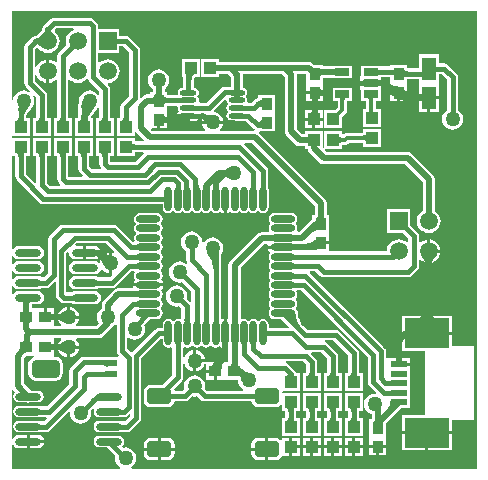
<source format=gtl>
%FSLAX24Y24*%
%MOIN*%
G70*
G01*
G75*
G04 Layer_Physical_Order=1*
G04 Layer_Color=255*
%ADD10C,0.0120*%
%ADD11C,0.0200*%
%ADD12C,0.0150*%
%ADD13R,0.0394X0.0374*%
%ADD14O,0.0866X0.0236*%
%ADD15O,0.0236X0.0807*%
%ADD16O,0.0807X0.0236*%
%ADD17O,0.0551X0.0177*%
G04:AMPARAMS|DCode=18|XSize=83mil|YSize=55mil|CornerRadius=13.8mil|HoleSize=0mil|Usage=FLASHONLY|Rotation=180.000|XOffset=0mil|YOffset=0mil|HoleType=Round|Shape=RoundedRectangle|*
%AMROUNDEDRECTD18*
21,1,0.0830,0.0275,0,0,180.0*
21,1,0.0555,0.0550,0,0,180.0*
1,1,0.0275,-0.0278,0.0138*
1,1,0.0275,0.0278,0.0138*
1,1,0.0275,0.0278,-0.0138*
1,1,0.0275,-0.0278,-0.0138*
%
%ADD18ROUNDEDRECTD18*%
%ADD19R,0.0394X0.0394*%
%ADD20R,0.1496X0.0984*%
%ADD21R,0.0551X0.0197*%
%ADD22R,0.0374X0.0394*%
%ADD23R,0.0433X0.0236*%
G04:AMPARAMS|DCode=24|XSize=94.5mil|YSize=59.1mil|CornerRadius=14.8mil|HoleSize=0mil|Usage=FLASHONLY|Rotation=0.000|XOffset=0mil|YOffset=0mil|HoleType=Round|Shape=RoundedRectangle|*
%AMROUNDEDRECTD24*
21,1,0.0945,0.0295,0,0,0.0*
21,1,0.0650,0.0591,0,0,0.0*
1,1,0.0295,0.0325,-0.0148*
1,1,0.0295,-0.0325,-0.0148*
1,1,0.0295,-0.0325,0.0148*
1,1,0.0295,0.0325,0.0148*
%
%ADD24ROUNDEDRECTD24*%
%ADD25R,0.0512X0.0276*%
%ADD26R,0.0394X0.0394*%
%ADD27R,0.0472X0.0768*%
%ADD28R,0.0591X0.0591*%
%ADD29C,0.0591*%
%ADD30R,0.0591X0.0591*%
%ADD31C,0.0500*%
G36*
X8648Y7537D02*
X8646Y7530D01*
X9144D01*
Y7430D01*
X8646D01*
X8653Y7395D01*
X8701Y7323D01*
X8701Y7323D01*
X8723Y7301D01*
X8681Y7238D01*
X8667Y7165D01*
X8681Y7092D01*
X8723Y7029D01*
Y6986D01*
X8681Y6923D01*
X8667Y6850D01*
X8681Y6777D01*
X8723Y6714D01*
Y6671D01*
X8681Y6608D01*
X8667Y6535D01*
X8681Y6462D01*
X8723Y6399D01*
Y6356D01*
X8681Y6293D01*
X8667Y6220D01*
X8681Y6147D01*
X8723Y6084D01*
Y6041D01*
X8681Y5979D01*
X8667Y5905D01*
X8681Y5832D01*
X8723Y5770D01*
Y5726D01*
X8681Y5664D01*
X8667Y5590D01*
X8681Y5517D01*
X8723Y5455D01*
Y5411D01*
X8681Y5349D01*
X8667Y5275D01*
X8681Y5202D01*
X8723Y5140D01*
X8785Y5098D01*
X8859Y5083D01*
X9084D01*
X9323Y4844D01*
X9323Y4844D01*
Y4844D01*
X9323Y4844D01*
X9336Y4831D01*
X9317Y4784D01*
X8667D01*
Y4891D01*
X8652Y4965D01*
X8610Y5027D01*
X8548Y5069D01*
X8475Y5083D01*
X8401Y5069D01*
X8339Y5027D01*
X8295D01*
X8233Y5069D01*
X8160Y5083D01*
X8086Y5069D01*
X8024Y5027D01*
X7980D01*
X7918Y5069D01*
X7845Y5083D01*
X7772Y5069D01*
X7734Y5100D01*
Y6795D01*
X8514Y7576D01*
X8616D01*
X8648Y7537D01*
D02*
G37*
G36*
X7261Y12391D02*
X7258Y12378D01*
X7271Y12316D01*
X7306Y12264D01*
Y12236D01*
X7271Y12184D01*
X7258Y12122D01*
X7271Y12060D01*
X7306Y12008D01*
Y11980D01*
X7271Y11928D01*
X7258Y11866D01*
X7271Y11804D01*
X7306Y11752D01*
X7358Y11717D01*
X7420Y11704D01*
X7534D01*
X7539Y11701D01*
X7607Y11688D01*
X7910D01*
X8174Y11424D01*
X8174Y11424D01*
X8207Y11402D01*
X8192Y11354D01*
X7065D01*
X7050Y11400D01*
X7106Y11473D01*
X7141Y11559D01*
X7146Y11600D01*
X6454D01*
X6459Y11559D01*
X6494Y11473D01*
X6550Y11400D01*
X6535Y11354D01*
X4784D01*
X4746Y11392D01*
X4766Y11438D01*
X4950D01*
Y11735D01*
X5000D01*
Y11785D01*
X5287D01*
Y12032D01*
D01*
Y12032D01*
X5287Y12032D01*
Y12068D01*
X5287D01*
Y12200D01*
X5620D01*
X5652Y12161D01*
X5644Y12122D01*
X5657Y12060D01*
X5676Y12031D01*
X5670Y12002D01*
X5628Y11940D01*
X5624Y11916D01*
X6374D01*
X6396Y11944D01*
X6528D01*
X6550Y11899D01*
X6494Y11827D01*
X6459Y11741D01*
X6454Y11700D01*
X7146D01*
X7141Y11741D01*
X7106Y11827D01*
X7050Y11900D01*
X6977Y11956D01*
X6891Y11991D01*
X6861Y11995D01*
X6845Y12042D01*
X7217Y12415D01*
X7261Y12391D01*
D02*
G37*
G36*
X15600Y100D02*
X4097D01*
X4081Y147D01*
X4150Y200D01*
X4206Y273D01*
X4241Y359D01*
X4253Y450D01*
X4241Y541D01*
X4206Y627D01*
X4150Y700D01*
X4077Y756D01*
X3991Y791D01*
X3900Y803D01*
X3817Y792D01*
X3802Y806D01*
X3783Y852D01*
X3784Y861D01*
X3789Y864D01*
X3831Y927D01*
X3845Y1000D01*
X3831Y1073D01*
X3789Y1136D01*
X3727Y1177D01*
X3654Y1192D01*
X3024D01*
X2950Y1177D01*
X2888Y1136D01*
X2846Y1073D01*
X2832Y1000D01*
X2846Y927D01*
X2888Y864D01*
X2950Y823D01*
X3024Y808D01*
X3278D01*
X3557Y529D01*
X3547Y450D01*
X3559Y359D01*
X3594Y273D01*
X3650Y200D01*
X3719Y147D01*
X3703Y100D01*
X100D01*
Y890D01*
X148Y905D01*
X189Y843D01*
X261Y795D01*
X346Y778D01*
X611D01*
Y1000D01*
Y1222D01*
X346D01*
X261Y1205D01*
X189Y1157D01*
X148Y1095D01*
X100Y1110D01*
Y2715D01*
X148Y2729D01*
X156Y2717D01*
X213Y2660D01*
X211Y2636D01*
X169Y2573D01*
X155Y2500D01*
X169Y2427D01*
X211Y2364D01*
X273Y2323D01*
X346Y2308D01*
X600D01*
X661Y2296D01*
X722Y2308D01*
X976D01*
X1050Y2323D01*
X1112Y2364D01*
X1154Y2427D01*
X1168Y2500D01*
X1154Y2573D01*
X1112Y2636D01*
X1050Y2677D01*
X976Y2692D01*
X758D01*
X504Y2946D01*
Y3780D01*
X564Y3840D01*
X564Y3840D01*
X564Y3840D01*
X583Y3860D01*
X587Y3862D01*
X595Y3863D01*
X834D01*
X839Y3813D01*
X813Y3808D01*
X731Y3753D01*
X677Y3671D01*
X657Y3575D01*
Y3280D01*
X677Y3183D01*
X731Y3101D01*
X813Y3046D01*
X910Y3027D01*
X1559D01*
X1656Y3046D01*
X1738Y3101D01*
X1793Y3183D01*
X1812Y3280D01*
Y3575D01*
X1793Y3671D01*
X1738Y3753D01*
X1656Y3808D01*
X1559Y3827D01*
X1512D01*
Y3863D01*
X1512D01*
Y4100D01*
X1215D01*
Y4200D01*
X1512D01*
Y4411D01*
X1512Y4411D01*
D01*
D01*
X1512Y4437D01*
D01*
X1521Y4446D01*
X1735D01*
X1750Y4400D01*
X1694Y4327D01*
X1659Y4241D01*
X1654Y4200D01*
X2346D01*
X2341Y4241D01*
X2306Y4327D01*
X2250Y4400D01*
X2265Y4446D01*
X3000D01*
X3078Y4462D01*
X3144Y4506D01*
X3144Y4506D01*
X3144Y4506D01*
X3444Y4806D01*
X3444Y4806D01*
X3467Y4840D01*
X3477Y4844D01*
X3550Y4900D01*
X3597Y4884D01*
Y4025D01*
X3597Y4025D01*
X3597D01*
X3610Y3957D01*
X3649Y3899D01*
X3679Y3869D01*
X3660Y3822D01*
X3384D01*
X3354Y3828D01*
X3090D01*
X3087Y3829D01*
Y3828D01*
X2500D01*
X2432Y3815D01*
X2374Y3776D01*
X2074Y3476D01*
X2035Y3418D01*
X2022Y3350D01*
X2022Y3350D01*
X2022D01*
X2022Y3350D01*
X2022D01*
Y2924D01*
X1276Y2178D01*
X1044D01*
X976Y2192D01*
X346D01*
X273Y2177D01*
X211Y2136D01*
X169Y2073D01*
X155Y2000D01*
X169Y1927D01*
X211Y1864D01*
X273Y1823D01*
X346Y1808D01*
X976D01*
X1044Y1822D01*
X1254D01*
X1273Y1775D01*
X1176Y1678D01*
X1044D01*
X976Y1692D01*
X346D01*
X273Y1677D01*
X211Y1636D01*
X169Y1573D01*
X155Y1500D01*
X169Y1427D01*
X211Y1364D01*
X273Y1323D01*
X346Y1308D01*
X976D01*
X1044Y1322D01*
X1250D01*
X1318Y1335D01*
X1376Y1374D01*
X2006Y2004D01*
X2051Y1982D01*
X2047Y1950D01*
X2059Y1859D01*
X2094Y1773D01*
X2150Y1700D01*
X2223Y1644D01*
X2309Y1609D01*
X2400Y1597D01*
X2491Y1609D01*
X2577Y1644D01*
X2650Y1700D01*
X2706Y1773D01*
X2741Y1859D01*
X2753Y1950D01*
X2741Y2039D01*
X2808Y2106D01*
X2847Y2074D01*
X2846Y2073D01*
X2832Y2000D01*
X2846Y1927D01*
X2888Y1864D01*
X2950Y1823D01*
X3024Y1808D01*
X3654D01*
X3721Y1822D01*
X3850D01*
X3918Y1835D01*
X3976Y1874D01*
X4025Y1923D01*
X4051Y1912D01*
X4061Y1863D01*
X3876Y1678D01*
X3721D01*
X3654Y1692D01*
X3024D01*
X2950Y1677D01*
X2888Y1636D01*
X2846Y1573D01*
X2832Y1500D01*
X2846Y1427D01*
X2888Y1364D01*
X2950Y1323D01*
X3024Y1308D01*
X3654D01*
X3721Y1322D01*
X3950D01*
X4018Y1335D01*
X4076Y1374D01*
X4376Y1674D01*
X4415Y1732D01*
X4428Y1800D01*
X4428Y1800D01*
X4428Y1800D01*
Y1800D01*
Y3776D01*
X5080Y4427D01*
X5133D01*
Y4320D01*
X5148Y4247D01*
X5190Y4185D01*
X5252Y4143D01*
X5325Y4129D01*
X5399Y4143D01*
X5418Y4156D01*
X5462Y4132D01*
Y3214D01*
X5147Y2900D01*
X4742D01*
X4650Y2881D01*
X4571Y2829D01*
X4519Y2750D01*
X4500Y2657D01*
Y2383D01*
X4519Y2290D01*
X4571Y2211D01*
X4650Y2159D01*
X4742Y2140D01*
X5297D01*
X5390Y2159D01*
X5469Y2211D01*
X5521Y2290D01*
X5532Y2342D01*
X5870D01*
X5938Y2355D01*
X5996Y2394D01*
X6111Y2509D01*
X6200Y2497D01*
X6289Y2509D01*
X6404Y2394D01*
X6404Y2394D01*
X6462Y2355D01*
X6530Y2342D01*
X8088D01*
X8099Y2290D01*
X8151Y2211D01*
X8230Y2159D01*
X8322Y2140D01*
X8878D01*
X8970Y2159D01*
X9049Y2211D01*
X9055Y2221D01*
X9103Y2207D01*
Y2028D01*
X9222D01*
Y1772D01*
X9103D01*
Y1178D01*
X9697D01*
Y1772D01*
X9578D01*
Y2028D01*
X9697D01*
Y2622D01*
X9149D01*
X9128Y2667D01*
X9136Y2678D01*
X9697D01*
Y3272D01*
X9574D01*
X9565Y3318D01*
X9546Y3347D01*
X9526Y3376D01*
X9526Y3376D01*
X9326Y3576D01*
X9268Y3615D01*
X9233Y3622D01*
X9238Y3672D01*
X9826D01*
X9922Y3576D01*
Y3272D01*
X9803D01*
Y2678D01*
X10397D01*
Y3272D01*
X10278D01*
Y3650D01*
X10278Y3650D01*
X10265Y3718D01*
X10246Y3747D01*
X10226Y3776D01*
X10226Y3776D01*
X10077Y3925D01*
X10096Y3972D01*
X10426D01*
X10622Y3776D01*
Y3272D01*
X10503D01*
Y2678D01*
X11097D01*
Y3272D01*
X10978D01*
Y3850D01*
X10978Y3850D01*
X10978Y3850D01*
Y3850D01*
X10978D01*
X10978Y3850D01*
X10965Y3918D01*
X10926Y3976D01*
X10626Y4276D01*
X10568Y4315D01*
X10533Y4322D01*
X10538Y4372D01*
X10826D01*
X11322Y3876D01*
Y3272D01*
X11203D01*
Y2678D01*
X11797D01*
Y3272D01*
X11678D01*
Y3950D01*
X11678Y3950D01*
X11678Y3950D01*
Y3950D01*
X11678D01*
X11678Y3950D01*
X11665Y4018D01*
X11626Y4076D01*
X11026Y4676D01*
X10968Y4715D01*
X10900Y4728D01*
X9943D01*
X9831Y4841D01*
X9831Y4841D01*
X9831Y4841D01*
X9831Y4841D01*
X9821Y4851D01*
X9754Y4933D01*
X9697Y5039D01*
X9662Y5155D01*
X9650Y5274D01*
X9651Y5275D01*
X9651D01*
X9637Y5343D01*
X9599Y5401D01*
X9580Y5414D01*
X9571Y5463D01*
X9607Y5517D01*
X9621Y5590D01*
X9607Y5664D01*
X9565Y5726D01*
Y5770D01*
X9607Y5832D01*
X9621Y5905D01*
X9607Y5979D01*
X9594Y5998D01*
X9618Y6042D01*
X9756D01*
X11972Y3826D01*
Y3000D01*
X11985Y2932D01*
X12024Y2874D01*
X12254Y2644D01*
X12232Y2599D01*
X12200Y2603D01*
X12109Y2591D01*
X12023Y2556D01*
X11950Y2500D01*
X11894Y2427D01*
X11859Y2341D01*
X11847Y2250D01*
X11859Y2159D01*
X11894Y2073D01*
X11950Y2000D01*
X12023Y1944D01*
X12096Y1914D01*
Y1762D01*
X12013D01*
Y1168D01*
X12013Y1168D01*
X12013Y1132D01*
X12013D01*
Y885D01*
X12587D01*
Y1132D01*
D01*
Y1132D01*
X12587Y1132D01*
Y1168D01*
X12587D01*
Y1619D01*
X12844Y1876D01*
X12844Y1876D01*
D01*
X13090Y2122D01*
X13376D01*
Y2437D01*
Y2752D01*
Y3067D01*
Y3381D01*
Y3530D01*
X13000D01*
Y3580D01*
X12950D01*
Y3778D01*
X12624D01*
Y3778D01*
X12614D01*
X12578Y3814D01*
Y4004D01*
X12578Y4004D01*
X12578Y4004D01*
Y4004D01*
X12578D01*
X12578Y4004D01*
X12565Y4072D01*
X12549Y4095D01*
X12526Y4130D01*
X12526Y4130D01*
X10031Y6625D01*
X10050Y6672D01*
X10226D01*
X10374Y6524D01*
X10432Y6485D01*
X10500Y6472D01*
X13300D01*
X13368Y6485D01*
X13426Y6524D01*
X13626Y6724D01*
X13626Y6724D01*
X13646Y6753D01*
X13665Y6782D01*
X13678Y6850D01*
X13678Y6850D01*
Y7042D01*
X13723Y7064D01*
X13801Y7005D01*
X13897Y6965D01*
X13950Y6958D01*
Y7350D01*
Y7742D01*
X13897Y7735D01*
X13801Y7695D01*
X13723Y7636D01*
X13678Y7658D01*
Y7850D01*
X13678Y7850D01*
X13665Y7918D01*
X13646Y7947D01*
X13626Y7976D01*
X13626Y7976D01*
X13395Y8207D01*
Y8745D01*
X12605D01*
Y7955D01*
X13143D01*
X13322Y7776D01*
Y7658D01*
X13277Y7636D01*
X13199Y7695D01*
X13103Y7735D01*
X13000Y7749D01*
X12897Y7735D01*
X12801Y7695D01*
X12718Y7632D01*
X12655Y7549D01*
X12615Y7453D01*
X12601Y7350D01*
X12594Y7342D01*
X10687D01*
Y7585D01*
X10400D01*
Y7685D01*
X10687D01*
Y7932D01*
D01*
Y7932D01*
X10687Y7932D01*
Y7968D01*
X10687D01*
Y8562D01*
X10604D01*
Y8950D01*
X10588Y9028D01*
X10544Y9094D01*
X8346Y11292D01*
X8352Y11306D01*
X8374Y11338D01*
X8887D01*
Y11932D01*
D01*
Y11932D01*
X8887Y11932D01*
Y11968D01*
X8887D01*
Y12562D01*
X8313D01*
Y12443D01*
X8247Y12430D01*
X8189Y12391D01*
X8098Y12300D01*
X7980D01*
X7948Y12339D01*
X7956Y12378D01*
X7943Y12440D01*
X7908Y12492D01*
Y12520D01*
X7943Y12572D01*
X7956Y12634D01*
X7943Y12696D01*
X7908Y12748D01*
X7856Y12783D01*
X7811Y12792D01*
Y13246D01*
X9116D01*
X9196Y13166D01*
Y11350D01*
X9196Y11350D01*
X9196D01*
X9212Y11272D01*
X9256Y11206D01*
X9556Y10906D01*
X9622Y10862D01*
X9700Y10846D01*
X9878D01*
Y10753D01*
X9976D01*
X9987Y10697D01*
X10031Y10631D01*
X10356Y10306D01*
X10422Y10262D01*
X10500Y10246D01*
X13216D01*
X13796Y9666D01*
Y8692D01*
X13718Y8632D01*
X13655Y8549D01*
X13615Y8453D01*
X13601Y8350D01*
X13615Y8247D01*
X13655Y8151D01*
X13718Y8068D01*
X13801Y8005D01*
X13897Y7965D01*
X14000Y7951D01*
X14103Y7965D01*
X14199Y8005D01*
X14282Y8068D01*
X14345Y8151D01*
X14385Y8247D01*
X14399Y8350D01*
X14385Y8453D01*
X14345Y8549D01*
X14282Y8632D01*
X14204Y8692D01*
Y9750D01*
X14204Y9750D01*
X14204Y9750D01*
Y9750D01*
X14204D01*
X14204Y9750D01*
X14188Y9828D01*
X14171Y9855D01*
X14144Y9894D01*
X14144Y9894D01*
X13444Y10594D01*
X13378Y10638D01*
X13300Y10654D01*
X10584D01*
X10531Y10707D01*
X10542Y10731D01*
D01*
X10551Y10753D01*
X11122D01*
Y10882D01*
X11155Y10886D01*
Y10886D01*
X11155D01*
X11155Y10887D01*
X11200D01*
X11262Y10899D01*
X11315Y10935D01*
X11343Y10962D01*
X11770D01*
X11770Y10961D01*
X11770D01*
Y10961D01*
X11803Y10957D01*
Y10828D01*
X12397D01*
Y11422D01*
X11803D01*
Y11294D01*
X11770Y11289D01*
Y11289D01*
X11770D01*
X11770Y11288D01*
X11275D01*
X11213Y11276D01*
X11166Y11244D01*
X11145Y11256D01*
X11122Y11279D01*
Y11347D01*
X10528D01*
Y10776D01*
X10514Y10770D01*
X10472Y10798D01*
Y11347D01*
X9878D01*
Y11254D01*
X9784D01*
X9604Y11434D01*
Y13246D01*
X9913D01*
Y12968D01*
X9913Y12968D01*
X9913Y12932D01*
X9913D01*
Y12685D01*
X10487D01*
Y12932D01*
D01*
Y12932D01*
X10487Y12932D01*
Y12968D01*
X10487D01*
Y13114D01*
X10517Y13120D01*
X10802D01*
Y13116D01*
X11453D01*
Y13532D01*
X10802D01*
Y13528D01*
X10529D01*
Y13529D01*
X10525Y13528D01*
X10487Y13561D01*
Y13562D01*
X10192D01*
X10159Y13594D01*
X10093Y13638D01*
X10015Y13654D01*
X7022D01*
Y13747D01*
X6428D01*
Y13153D01*
X7022D01*
Y13246D01*
X7316D01*
X7403Y13158D01*
Y12828D01*
X7200D01*
X7200Y12828D01*
X7132Y12815D01*
X7074Y12776D01*
X6598Y12300D01*
X6366D01*
X6334Y12339D01*
X6342Y12378D01*
X6329Y12440D01*
X6294Y12492D01*
Y12520D01*
X6329Y12572D01*
X6342Y12634D01*
X6329Y12696D01*
X6294Y12748D01*
X6242Y12783D01*
X6180Y12796D01*
X6171D01*
Y12971D01*
X6183Y13060D01*
X6222Y13153D01*
X6372D01*
Y13747D01*
X5778D01*
Y13153D01*
X5814D01*
Y12959D01*
X5814Y12957D01*
X5814D01*
Y12796D01*
X5806D01*
X5744Y12783D01*
X5692Y12748D01*
X5657Y12696D01*
X5644Y12634D01*
X5652Y12595D01*
X5620Y12556D01*
X5287D01*
Y12662D01*
X5204D01*
Y12765D01*
X5250Y12800D01*
X5306Y12873D01*
X5341Y12959D01*
X5353Y13050D01*
X5341Y13141D01*
X5306Y13227D01*
X5250Y13300D01*
X5177Y13356D01*
X5091Y13391D01*
X5000Y13403D01*
X4909Y13391D01*
X4823Y13356D01*
X4750Y13300D01*
X4694Y13227D01*
X4659Y13141D01*
X4647Y13050D01*
X4659Y12959D01*
X4694Y12873D01*
X4750Y12800D01*
X4796Y12765D01*
Y12662D01*
X4713D01*
Y12569D01*
X4615D01*
X4537Y12553D01*
X4471Y12509D01*
X4425Y12463D01*
X4378Y12482D01*
Y14050D01*
X4365Y14118D01*
X4326Y14176D01*
X4026Y14476D01*
X3968Y14515D01*
X3900Y14528D01*
X3695D01*
Y14745D01*
X2978D01*
Y14850D01*
X2965Y14918D01*
X2926Y14976D01*
X2926Y14976D01*
X2826Y15076D01*
X2768Y15115D01*
X2700Y15128D01*
X1500D01*
X1500Y15128D01*
X1432Y15115D01*
X1403Y15096D01*
X1374Y15076D01*
X1374Y15076D01*
X1174Y14876D01*
X1135Y14818D01*
X1122Y14750D01*
X1122Y14750D01*
X1122D01*
X1122D01*
X1122Y14750D01*
X1121D01*
X1121Y14750D01*
X1116Y14721D01*
X1100Y14697D01*
X1086Y14688D01*
X1088Y14685D01*
X1069Y14671D01*
X1056Y14662D01*
X1054Y14660D01*
X1018Y14632D01*
X990Y14596D01*
X988Y14594D01*
X979Y14581D01*
X965Y14562D01*
X962Y14564D01*
X953Y14550D01*
X928Y14534D01*
X900Y14529D01*
X900Y14529D01*
D01*
D01*
X900D01*
X900Y14528D01*
X832Y14515D01*
X803Y14496D01*
X774Y14476D01*
X774Y14476D01*
X574Y14276D01*
X535Y14218D01*
X522Y14150D01*
X522Y14150D01*
X522D01*
X522Y14150D01*
X522D01*
Y12950D01*
X522Y12950D01*
X522D01*
X535Y12882D01*
X574Y12824D01*
X698Y12700D01*
X670Y12658D01*
X591Y12691D01*
X500Y12703D01*
X409Y12691D01*
X323Y12656D01*
X250Y12600D01*
X194Y12527D01*
X159Y12441D01*
X150Y12372D01*
X100Y12375D01*
Y15350D01*
X15600D01*
Y100D01*
D02*
G37*
G36*
X10196Y8866D02*
Y8562D01*
X10113D01*
Y8417D01*
X10102Y8409D01*
X9692Y7999D01*
X9639D01*
X9607Y8037D01*
X9621Y8110D01*
X9607Y8183D01*
X9565Y8245D01*
Y8289D01*
X9607Y8351D01*
X9621Y8425D01*
X9607Y8498D01*
X9565Y8560D01*
X9503Y8602D01*
X9430Y8617D01*
X8859D01*
X8785Y8602D01*
X8723Y8560D01*
X8681Y8498D01*
X8667Y8425D01*
X8681Y8351D01*
X8723Y8289D01*
Y8245D01*
X8681Y8183D01*
X8667Y8110D01*
X8681Y8036D01*
X8687Y8028D01*
X8664Y7984D01*
X8430D01*
X8352Y7968D01*
X8286Y7924D01*
X7386Y7024D01*
X7342Y6958D01*
X7326Y6880D01*
Y5131D01*
X7287Y5099D01*
X7265Y5104D01*
Y4606D01*
Y4108D01*
X7287Y4112D01*
X7326Y4081D01*
Y3637D01*
X7218D01*
D01*
D01*
X7218Y3637D01*
X7182D01*
Y3637D01*
X6935D01*
Y3350D01*
Y3063D01*
X7182D01*
Y3063D01*
X7182D01*
X7182Y3063D01*
X7218D01*
Y3063D01*
X7548D01*
X7646Y3050D01*
X7646Y3050D01*
X7646D01*
X7649Y3037D01*
X7659Y2959D01*
X7694Y2873D01*
X7750Y2800D01*
X7822Y2746D01*
X7810Y2711D01*
X7804Y2698D01*
X6604D01*
X6541Y2761D01*
X6553Y2850D01*
X6541Y2941D01*
X6506Y3027D01*
X6450Y3100D01*
X6377Y3156D01*
X6291Y3191D01*
X6200Y3203D01*
X6109Y3191D01*
X6023Y3156D01*
X5950Y3100D01*
X5894Y3027D01*
X5859Y2941D01*
X5847Y2850D01*
X5859Y2761D01*
X5796Y2698D01*
X5532D01*
X5521Y2750D01*
X5514Y2761D01*
X5766Y3014D01*
X5805Y3072D01*
X5819Y3140D01*
X5819Y3140D01*
Y3578D01*
X5868Y3588D01*
X5894Y3523D01*
X5950Y3450D01*
X6023Y3394D01*
X6109Y3359D01*
X6150Y3354D01*
Y3700D01*
Y4046D01*
X6109Y4041D01*
X6023Y4006D01*
X5950Y3950D01*
X5894Y3877D01*
X5868Y3812D01*
X5819Y3822D01*
Y4132D01*
X5863Y4156D01*
X5882Y4143D01*
X5955Y4129D01*
X6029Y4143D01*
X6091Y4185D01*
X6134D01*
X6197Y4143D01*
X6270Y4129D01*
X6343Y4143D01*
X6406Y4185D01*
X6449D01*
X6512Y4143D01*
X6585Y4129D01*
X6658Y4143D01*
X6721Y4185D01*
X6764D01*
X6827Y4143D01*
X6900Y4129D01*
X6973Y4143D01*
X7036Y4185D01*
X7058Y4163D01*
X7058Y4163D01*
X7130Y4115D01*
X7165Y4108D01*
Y4606D01*
Y5104D01*
X7130Y5097D01*
X7123Y5092D01*
X7078Y5115D01*
Y6786D01*
X7080D01*
X7078Y6797D01*
Y7148D01*
X7080D01*
X7078Y7160D01*
Y7238D01*
X7106Y7273D01*
X7141Y7359D01*
X7153Y7450D01*
X7141Y7541D01*
X7106Y7627D01*
X7050Y7700D01*
X6977Y7756D01*
X6891Y7791D01*
X6800Y7803D01*
X6709Y7791D01*
X6623Y7756D01*
X6550Y7700D01*
X6507Y7643D01*
X6453Y7650D01*
X6441Y7741D01*
X6406Y7827D01*
X6350Y7900D01*
X6277Y7956D01*
X6191Y7991D01*
X6100Y8003D01*
X6009Y7991D01*
X5923Y7956D01*
X5850Y7900D01*
X5794Y7827D01*
X5759Y7741D01*
X5747Y7650D01*
X5759Y7559D01*
X5794Y7473D01*
X5850Y7400D01*
X5922Y7346D01*
Y7050D01*
X5922Y7050D01*
X5922D01*
X5935Y6982D01*
X5947Y6964D01*
X5911Y6929D01*
X5877Y6956D01*
X5791Y6991D01*
X5700Y7003D01*
X5609Y6991D01*
X5523Y6956D01*
X5450Y6900D01*
X5394Y6827D01*
X5359Y6741D01*
X5347Y6650D01*
X5359Y6559D01*
X5394Y6473D01*
X5450Y6400D01*
X5523Y6344D01*
X5609Y6309D01*
X5700Y6297D01*
X5789Y6309D01*
X6092Y6006D01*
Y5676D01*
X6045Y5657D01*
X5941Y5761D01*
X5953Y5850D01*
X5941Y5941D01*
X5906Y6027D01*
X5850Y6100D01*
X5777Y6156D01*
X5691Y6191D01*
X5600Y6203D01*
X5509Y6191D01*
X5423Y6156D01*
X5350Y6100D01*
X5294Y6027D01*
X5259Y5941D01*
X5247Y5850D01*
X5259Y5759D01*
X5294Y5673D01*
X5350Y5600D01*
X5423Y5544D01*
X5509Y5509D01*
X5600Y5497D01*
X5689Y5509D01*
X5755Y5443D01*
Y5091D01*
X5714Y5069D01*
X5640Y5083D01*
X5567Y5069D01*
X5505Y5027D01*
X5461D01*
X5399Y5069D01*
X5325Y5083D01*
X5252Y5069D01*
X5190Y5027D01*
X5148Y4965D01*
X5133Y4891D01*
Y4784D01*
X5006D01*
X5006Y4784D01*
X4938Y4771D01*
X4880Y4732D01*
X4880Y4732D01*
X4124Y3976D01*
X4080Y3972D01*
X3953Y4099D01*
Y4442D01*
X3998Y4464D01*
X4023Y4444D01*
X4109Y4409D01*
X4200Y4397D01*
X4291Y4409D01*
X4377Y4444D01*
X4450Y4500D01*
X4506Y4573D01*
X4541Y4659D01*
X4553Y4750D01*
X4541Y4841D01*
X4521Y4888D01*
X4716Y5083D01*
X4941D01*
X5015Y5098D01*
X5077Y5140D01*
X5119Y5202D01*
X5133Y5275D01*
X5119Y5349D01*
X5077Y5411D01*
Y5455D01*
X5119Y5517D01*
X5133Y5590D01*
X5119Y5664D01*
X5077Y5726D01*
Y5770D01*
X5119Y5832D01*
X5133Y5905D01*
X5119Y5979D01*
X5077Y6041D01*
X5099Y6063D01*
X5099Y6063D01*
X5099D01*
X5147Y6135D01*
X5154Y6170D01*
X4158D01*
X4162Y6148D01*
X4131Y6109D01*
X3655D01*
X3577Y6094D01*
X3511Y6049D01*
X3156Y5694D01*
X3112Y5628D01*
X3096Y5550D01*
Y5435D01*
X3050Y5400D01*
X2994Y5327D01*
X2959Y5241D01*
X2947Y5150D01*
X2959Y5059D01*
X2994Y4973D01*
X3012Y4950D01*
X2916Y4854D01*
X2265D01*
X2250Y4900D01*
X2306Y4973D01*
X2341Y5059D01*
X2346Y5100D01*
X1654D01*
X1659Y5059D01*
X1694Y4973D01*
X1750Y4900D01*
X1735Y4854D01*
X1512D01*
Y4854D01*
Y4863D01*
X1512Y4889D01*
X1512Y4889D01*
X1512D01*
Y5100D01*
X1215D01*
Y5150D01*
X1165D01*
Y5437D01*
X918D01*
D01*
D01*
X918Y5437D01*
X882D01*
Y5437D01*
X789D01*
Y5578D01*
X970D01*
X1055Y5595D01*
X1127Y5643D01*
X1176Y5715D01*
X1192Y5800D01*
X1176Y5885D01*
X1127Y5957D01*
X1055Y6005D01*
X970Y6022D01*
X340D01*
X255Y6005D01*
X183Y5957D01*
X148Y5905D01*
X100Y5919D01*
Y6181D01*
X148Y6195D01*
X183Y6143D01*
X255Y6095D01*
X340Y6078D01*
X970D01*
X1055Y6095D01*
X1096Y6122D01*
X1250D01*
X1318Y6135D01*
X1376Y6174D01*
X1525Y6323D01*
X1572Y6304D01*
Y5900D01*
X1585Y5832D01*
X1624Y5774D01*
X1724Y5674D01*
X1724Y5674D01*
X1782Y5635D01*
X1850Y5622D01*
X2104D01*
X2145Y5595D01*
X2230Y5578D01*
X2860D01*
X2945Y5595D01*
X3017Y5643D01*
X3065Y5715D01*
X3082Y5800D01*
X3065Y5885D01*
X3017Y5957D01*
X2945Y6005D01*
X2860Y6022D01*
X2230D01*
X2145Y6005D01*
X2104Y5978D01*
X1928D01*
Y7276D01*
X1961Y7309D01*
X2009Y7294D01*
X2024Y7215D01*
X2073Y7143D01*
X2145Y7095D01*
X2230Y7078D01*
X2495D01*
Y7300D01*
Y7522D01*
X2240D01*
X2221Y7569D01*
X2274Y7622D01*
X3226D01*
X3510Y7337D01*
X3502Y7317D01*
X3489Y7291D01*
X3450Y7296D01*
Y6950D01*
Y6564D01*
X3454Y6556D01*
X3376Y6478D01*
X2985D01*
X2945Y6505D01*
X2860Y6522D01*
X2230D01*
X2145Y6505D01*
X2073Y6457D01*
X2024Y6385D01*
X2008Y6300D01*
X2024Y6215D01*
X2073Y6143D01*
X2145Y6095D01*
X2230Y6078D01*
X2860D01*
X2945Y6095D01*
X2985Y6122D01*
X3450D01*
X3518Y6135D01*
X3576Y6174D01*
X4074Y6672D01*
X4182D01*
X4206Y6627D01*
X4193Y6608D01*
X4179Y6535D01*
X4193Y6462D01*
X4235Y6399D01*
D01*
X4213Y6377D01*
X4213Y6377D01*
X4165Y6305D01*
X4158Y6270D01*
X5154D01*
X5147Y6305D01*
X5099Y6377D01*
X5099Y6377D01*
X5077Y6399D01*
D01*
X5119Y6462D01*
X5133Y6535D01*
X5119Y6608D01*
X5077Y6671D01*
Y6714D01*
X5119Y6777D01*
X5133Y6850D01*
X5119Y6923D01*
X5077Y6986D01*
Y7029D01*
X5119Y7092D01*
X5133Y7165D01*
X5119Y7238D01*
X5077Y7301D01*
Y7344D01*
X5119Y7407D01*
X5133Y7480D01*
X5119Y7553D01*
X5077Y7616D01*
Y7659D01*
X5119Y7721D01*
X5133Y7795D01*
X5119Y7868D01*
X5077Y7930D01*
Y7974D01*
X5119Y8036D01*
X5133Y8110D01*
X5119Y8183D01*
X5077Y8245D01*
Y8289D01*
X5119Y8351D01*
X5133Y8425D01*
X5119Y8498D01*
X5077Y8560D01*
X5015Y8602D01*
X4941Y8617D01*
X4370D01*
X4297Y8602D01*
X4235Y8560D01*
X4193Y8498D01*
X4179Y8425D01*
X4193Y8351D01*
X4235Y8289D01*
Y8245D01*
X4193Y8183D01*
X4179Y8110D01*
X4193Y8036D01*
X4235Y7974D01*
Y7930D01*
X4193Y7868D01*
X4179Y7795D01*
X4193Y7721D01*
X4206Y7702D01*
X4189Y7670D01*
X4139Y7663D01*
X3626Y8176D01*
X3568Y8215D01*
X3500Y8228D01*
X1800D01*
X1732Y8215D01*
X1674Y8176D01*
X1374Y7876D01*
X1335Y7818D01*
X1322Y7750D01*
X1322Y7750D01*
X1322D01*
X1322Y7750D01*
X1322D01*
Y6624D01*
X1176Y6478D01*
X1096D01*
X1055Y6505D01*
X970Y6522D01*
X340D01*
X255Y6505D01*
X183Y6457D01*
X148Y6405D01*
X100Y6419D01*
Y6681D01*
X148Y6695D01*
X183Y6643D01*
X255Y6595D01*
X340Y6578D01*
X970D01*
X1055Y6595D01*
X1127Y6643D01*
X1176Y6715D01*
X1192Y6800D01*
X1176Y6885D01*
X1127Y6957D01*
X1055Y7005D01*
X970Y7022D01*
X340D01*
X255Y7005D01*
X183Y6957D01*
X148Y6905D01*
X100Y6919D01*
Y7181D01*
X148Y7195D01*
X183Y7143D01*
X255Y7095D01*
X340Y7078D01*
X970D01*
X1055Y7095D01*
X1127Y7143D01*
X1176Y7215D01*
X1192Y7300D01*
X1176Y7385D01*
X1127Y7457D01*
X1055Y7505D01*
X970Y7522D01*
X340D01*
X255Y7505D01*
X183Y7457D01*
X148Y7405D01*
X100Y7419D01*
Y10528D01*
X103D01*
Y10528D01*
X222D01*
Y9850D01*
X235Y9782D01*
X274Y9724D01*
X1030Y8968D01*
X1088Y8929D01*
X1156Y8916D01*
X5133D01*
Y8809D01*
X5148Y8735D01*
X5190Y8673D01*
X5252Y8631D01*
X5325Y8617D01*
X5399Y8631D01*
X5461Y8673D01*
X5505D01*
X5567Y8631D01*
X5640Y8617D01*
X5714Y8631D01*
X5776Y8673D01*
X5820D01*
X5882Y8631D01*
X5955Y8617D01*
X6029Y8631D01*
X6091Y8673D01*
X6134D01*
X6197Y8631D01*
X6270Y8617D01*
X6343Y8631D01*
X6406Y8673D01*
X6449D01*
X6512Y8631D01*
X6585Y8617D01*
X6658Y8631D01*
X6721Y8673D01*
X6764D01*
X6827Y8631D01*
X6900Y8617D01*
X6973Y8631D01*
X7036Y8673D01*
X7058Y8651D01*
X7058Y8651D01*
X7130Y8603D01*
X7165Y8596D01*
Y9094D01*
X7265D01*
Y8596D01*
X7300Y8603D01*
X7372Y8651D01*
X7372Y8651D01*
X7394Y8673D01*
X7457Y8631D01*
X7530Y8617D01*
X7603Y8631D01*
X7666Y8673D01*
X7709D01*
X7771Y8631D01*
X7845Y8617D01*
X7918Y8631D01*
X7980Y8673D01*
X8024D01*
X8086Y8631D01*
X8160Y8617D01*
X8233Y8631D01*
X8295Y8673D01*
X8339D01*
X8401Y8631D01*
X8475Y8617D01*
X8548Y8631D01*
X8610Y8673D01*
X8652Y8735D01*
X8667Y8809D01*
Y9380D01*
X8653Y9447D01*
Y10029D01*
X8653Y10029D01*
X8640Y10097D01*
X8601Y10155D01*
X8601Y10155D01*
X7856Y10900D01*
X7875Y10946D01*
X8116D01*
X10196Y8866D01*
D02*
G37*
G36*
X2166Y14723D02*
X2101Y14695D01*
X2018Y14632D01*
X1955Y14549D01*
X1915Y14453D01*
X1901Y14350D01*
X1915Y14247D01*
X1924Y14226D01*
X1674Y13976D01*
X1635Y13918D01*
X1622Y13850D01*
X1622Y13850D01*
X1622D01*
X1622Y13850D01*
X1622D01*
Y13658D01*
X1577Y13636D01*
X1499Y13695D01*
X1403Y13735D01*
X1350Y13742D01*
Y13350D01*
Y12958D01*
X1403Y12965D01*
X1499Y13005D01*
X1577Y13064D01*
X1622Y13042D01*
Y11772D01*
X1503D01*
Y11178D01*
X2097D01*
Y11772D01*
X1978D01*
Y13042D01*
X2023Y13064D01*
X2101Y13005D01*
X2197Y12965D01*
X2300Y12951D01*
X2403Y12965D01*
X2499Y13005D01*
X2582Y13068D01*
X2589Y13077D01*
X2639Y13076D01*
X2674Y13024D01*
X3022Y12676D01*
Y12584D01*
X2974Y12568D01*
X2950Y12600D01*
X2877Y12656D01*
X2791Y12691D01*
X2700Y12703D01*
X2609Y12691D01*
X2523Y12656D01*
X2450Y12600D01*
X2394Y12527D01*
X2359Y12441D01*
X2347Y12350D01*
X2349Y12337D01*
X2339Y12315D01*
X2320Y12170D01*
X2322D01*
X2324Y12160D01*
X2322Y12150D01*
Y11821D01*
X2321Y11811D01*
X2321D01*
Y11807D01*
X2285Y11772D01*
X2203D01*
Y11178D01*
X2797D01*
Y11772D01*
X2778D01*
X2752Y11815D01*
X2829Y11959D01*
X2939Y12092D01*
X2948Y12099D01*
X2948Y12099D01*
X2949Y12099D01*
X2951Y12103D01*
X2974Y12132D01*
X3022Y12116D01*
Y11772D01*
X2903D01*
Y11178D01*
X3497D01*
Y11772D01*
X3378D01*
Y12750D01*
X3365Y12818D01*
X3326Y12876D01*
X3326Y12876D01*
X3297Y12906D01*
X3313Y12953D01*
X3403Y12965D01*
X3499Y13005D01*
X3582Y13068D01*
X3645Y13151D01*
X3685Y13247D01*
X3699Y13350D01*
X3685Y13453D01*
X3645Y13549D01*
X3582Y13632D01*
X3499Y13695D01*
X3403Y13735D01*
X3300Y13749D01*
X3197Y13735D01*
X3101Y13695D01*
X3023Y13636D01*
X2978Y13658D01*
Y13955D01*
X3695D01*
Y14172D01*
X3826D01*
X4022Y13976D01*
Y12524D01*
X3774Y12276D01*
X3735Y12218D01*
X3722Y12150D01*
Y11772D01*
X3603D01*
Y11178D01*
X4197D01*
Y11308D01*
X4245Y11322D01*
X4256Y11306D01*
X4512Y11050D01*
X4493Y11004D01*
X4197D01*
Y11122D01*
X3603D01*
Y10528D01*
X4197D01*
Y10647D01*
X4479D01*
X4498Y10601D01*
X4226Y10328D01*
X3378D01*
Y10528D01*
X3497D01*
Y11122D01*
X2903D01*
Y10528D01*
X3022D01*
Y10250D01*
X3022Y10250D01*
X3022D01*
X3035Y10182D01*
X3074Y10124D01*
X3055Y10078D01*
X2774D01*
X2678Y10174D01*
Y10528D01*
X2797D01*
Y11122D01*
X2203D01*
Y10528D01*
X2322D01*
Y10100D01*
X2335Y10032D01*
X2374Y9974D01*
X2473Y9875D01*
X2454Y9828D01*
X1978D01*
Y10528D01*
X2097D01*
Y11122D01*
X1503D01*
Y10528D01*
X1622D01*
Y9750D01*
X1622Y9750D01*
X1622D01*
X1635Y9682D01*
X1674Y9624D01*
X1723Y9575D01*
X1704Y9528D01*
X1374D01*
X1278Y9624D01*
Y10528D01*
X1397D01*
Y11122D01*
X803D01*
Y10528D01*
X922D01*
Y9646D01*
X875Y9627D01*
X578Y9924D01*
Y10528D01*
X697D01*
Y11122D01*
X103D01*
D01*
X103D01*
X100Y11125D01*
Y11178D01*
X100D01*
X103D01*
X135Y11178D01*
X135Y11178D01*
Y11178D01*
X697D01*
Y11772D01*
X622D01*
X592Y11812D01*
X622Y11911D01*
X676Y12012D01*
X747Y12098D01*
X750Y12100D01*
X750Y12100D01*
X753Y12105D01*
X806Y12173D01*
X841Y12259D01*
X853Y12350D01*
X841Y12441D01*
X808Y12520D01*
X850Y12548D01*
X922Y12476D01*
Y11772D01*
X803D01*
Y11178D01*
X1397D01*
Y11772D01*
X1278D01*
Y12550D01*
X1265Y12618D01*
X1226Y12676D01*
X1226Y12676D01*
X878Y13024D01*
Y13207D01*
X927Y13216D01*
X955Y13151D01*
X1018Y13068D01*
X1101Y13005D01*
X1197Y12965D01*
X1250Y12958D01*
Y13350D01*
Y13742D01*
X1197Y13735D01*
X1101Y13695D01*
X1018Y13632D01*
X955Y13549D01*
X927Y13484D01*
X878Y13493D01*
Y14076D01*
X891Y14089D01*
X891Y14089D01*
X891Y14089D01*
X936Y14119D01*
X985Y14109D01*
X988Y14106D01*
X990Y14104D01*
X1018Y14068D01*
X1101Y14005D01*
X1197Y13965D01*
X1300Y13951D01*
X1403Y13965D01*
X1499Y14005D01*
X1582Y14068D01*
X1645Y14151D01*
X1685Y14247D01*
X1699Y14350D01*
X1685Y14453D01*
X1645Y14549D01*
X1582Y14632D01*
X1546Y14660D01*
X1544Y14662D01*
X1541Y14665D01*
X1531Y14714D01*
X1561Y14759D01*
X1574Y14772D01*
X2157D01*
X2166Y14723D01*
D02*
G37*
%LPC*%
G36*
X10050Y1122D02*
X9803D01*
Y875D01*
X10050D01*
Y1122D01*
D02*
G37*
G36*
X10397D02*
X10150D01*
Y875D01*
X10397D01*
Y1122D01*
D02*
G37*
G36*
X9697D02*
X9450D01*
Y875D01*
X9697D01*
Y1122D01*
D02*
G37*
G36*
X4970Y1130D02*
X4742D01*
X4650Y1111D01*
X4571Y1059D01*
X4519Y980D01*
X4500Y887D01*
Y800D01*
X4970D01*
Y1130D01*
D02*
G37*
G36*
X5297D02*
X5070D01*
Y800D01*
X5540D01*
Y887D01*
X5521Y980D01*
X5469Y1059D01*
X5390Y1111D01*
X5297Y1130D01*
D02*
G37*
G36*
X8550D02*
X8322D01*
X8230Y1111D01*
X8151Y1059D01*
X8099Y980D01*
X8080Y887D01*
Y800D01*
X8550D01*
Y1130D01*
D02*
G37*
G36*
X11097Y2622D02*
X10503D01*
Y2028D01*
X10622D01*
Y1772D01*
X10503D01*
Y1178D01*
X11097D01*
Y1772D01*
X10978D01*
Y2028D01*
X11097D01*
Y2622D01*
D02*
G37*
G36*
X10397D02*
X9803D01*
Y2028D01*
X9922D01*
Y1772D01*
X9803D01*
Y1178D01*
X10397D01*
Y1772D01*
X10278D01*
Y2028D01*
X10397D01*
Y2622D01*
D02*
G37*
G36*
X14793Y4554D02*
X13097D01*
Y4011D01*
X13884D01*
Y1889D01*
X13097D01*
Y1346D01*
X14793D01*
Y1708D01*
X15502D01*
Y4192D01*
X14793D01*
Y4554D01*
D02*
G37*
G36*
X11797Y2622D02*
X11203D01*
Y2028D01*
X11322D01*
Y1772D01*
X11203D01*
Y1178D01*
X11797D01*
Y1772D01*
X11678D01*
Y2028D01*
X11797D01*
Y2622D01*
D02*
G37*
G36*
X976Y1222D02*
X711D01*
Y1050D01*
X1189D01*
X1182Y1085D01*
X1134Y1157D01*
X1061Y1205D01*
X976Y1222D01*
D02*
G37*
G36*
X11097Y1122D02*
X10850D01*
Y875D01*
X11097D01*
Y1122D01*
D02*
G37*
G36*
X10750D02*
X10503D01*
Y875D01*
X10750D01*
Y1122D01*
D02*
G37*
G36*
X11797D02*
X11550D01*
Y875D01*
X11797D01*
Y1122D01*
D02*
G37*
G36*
X11450D02*
X11203D01*
Y875D01*
X11450D01*
Y1122D01*
D02*
G37*
G36*
X10050Y775D02*
X9803D01*
Y528D01*
X10050D01*
Y775D01*
D02*
G37*
G36*
X9697D02*
X9450D01*
Y528D01*
X9697D01*
Y775D01*
D02*
G37*
G36*
X10750D02*
X10503D01*
Y528D01*
X10750D01*
Y775D01*
D02*
G37*
G36*
X10397D02*
X10150D01*
Y528D01*
X10397D01*
Y775D01*
D02*
G37*
G36*
X5540Y700D02*
X5070D01*
Y370D01*
X5297D01*
X5390Y389D01*
X5469Y441D01*
X5521Y520D01*
X5540Y613D01*
Y700D01*
D02*
G37*
G36*
X4970D02*
X4500D01*
Y613D01*
X4519Y520D01*
X4571Y441D01*
X4650Y389D01*
X4742Y370D01*
X4970D01*
Y700D01*
D02*
G37*
G36*
X8878Y1130D02*
X8650D01*
Y750D01*
Y370D01*
X8878D01*
X8970Y389D01*
X9049Y441D01*
X9101Y520D01*
X9103Y528D01*
X9103Y528D01*
X9103Y528D01*
X9103Y528D01*
X9350D01*
Y825D01*
Y1122D01*
X9103D01*
Y1063D01*
X9055Y1049D01*
X9049Y1059D01*
X8970Y1111D01*
X8878Y1130D01*
D02*
G37*
G36*
X8550Y700D02*
X8080D01*
Y613D01*
X8099Y520D01*
X8151Y441D01*
X8230Y389D01*
X8322Y370D01*
X8550D01*
Y700D01*
D02*
G37*
G36*
X13895Y1246D02*
X13097D01*
Y704D01*
X13895D01*
Y1246D01*
D02*
G37*
G36*
X12587Y785D02*
X12350D01*
Y538D01*
X12587D01*
Y785D01*
D02*
G37*
G36*
X1189Y950D02*
X711D01*
Y778D01*
X976D01*
X1061Y795D01*
X1134Y843D01*
X1182Y915D01*
X1189Y950D01*
D02*
G37*
G36*
X14793Y1246D02*
X13995D01*
Y704D01*
X14793D01*
Y1246D01*
D02*
G37*
G36*
X11450Y775D02*
X11203D01*
Y528D01*
X11450D01*
Y775D01*
D02*
G37*
G36*
X11097D02*
X10850D01*
Y528D01*
X11097D01*
Y775D01*
D02*
G37*
G36*
X12250Y785D02*
X12013D01*
Y538D01*
X12250D01*
Y785D01*
D02*
G37*
G36*
X11797Y775D02*
X11550D01*
Y528D01*
X11797D01*
Y775D01*
D02*
G37*
G36*
X6835Y3300D02*
X6588D01*
Y3063D01*
X6835D01*
Y3300D01*
D02*
G37*
G36*
X5943Y11816D02*
X5624D01*
X5628Y11793D01*
X5670Y11730D01*
X5732Y11688D01*
X5806Y11674D01*
X5943D01*
Y11816D01*
D02*
G37*
G36*
X6362D02*
X6043D01*
Y11674D01*
X6180D01*
X6253Y11688D01*
X6316Y11730D01*
X6358Y11793D01*
X6362Y11816D01*
D02*
G37*
G36*
X10125Y12047D02*
X9878D01*
Y11800D01*
X10125D01*
Y12047D01*
D02*
G37*
G36*
X12428Y12900D02*
X11717D01*
Y12712D01*
X11747D01*
Y12368D01*
X11909D01*
Y12072D01*
X11803D01*
Y11478D01*
X12397D01*
Y12072D01*
X12236D01*
Y12368D01*
X12398D01*
Y12712D01*
X12428D01*
Y12900D01*
D02*
G37*
G36*
X10125Y11700D02*
X9878D01*
Y11453D01*
X10125D01*
Y11700D01*
D02*
G37*
G36*
X10472D02*
X10225D01*
Y11453D01*
X10472D01*
Y11700D01*
D02*
G37*
G36*
X11453Y12784D02*
X10802D01*
Y12368D01*
X10964D01*
Y12120D01*
X10891Y12047D01*
X10528D01*
Y11453D01*
X11122D01*
Y11816D01*
X11243Y11937D01*
X11278Y11990D01*
X11291Y12053D01*
X11291Y12053D01*
X11291Y12053D01*
Y12053D01*
Y12368D01*
X11453D01*
Y12784D01*
D02*
G37*
G36*
X10472Y12047D02*
X10225D01*
Y11800D01*
X10472D01*
Y12047D01*
D02*
G37*
G36*
X12950Y12585D02*
X12713D01*
Y12338D01*
X12950D01*
Y12585D01*
D02*
G37*
G36*
X13287D02*
X13050D01*
Y12338D01*
X13287D01*
Y12585D01*
D02*
G37*
G36*
X14336Y13916D02*
X13664D01*
Y13443D01*
X13287D01*
Y13562D01*
X12713D01*
Y13502D01*
X12398D01*
Y13532D01*
X11747D01*
Y13188D01*
X11717D01*
Y13000D01*
X12428D01*
Y13146D01*
X12713D01*
Y12968D01*
X12713Y12968D01*
X12713Y12932D01*
X12713D01*
Y12685D01*
X13287D01*
Y12932D01*
D01*
Y12932D01*
X13287Y12932D01*
Y12968D01*
X13287D01*
Y13087D01*
X13664D01*
Y12948D01*
Y12518D01*
X14336D01*
Y12948D01*
Y13254D01*
X14444D01*
X14622Y13076D01*
Y12054D01*
X14550Y12000D01*
X14494Y11927D01*
X14459Y11841D01*
X14447Y11750D01*
X14459Y11659D01*
X14494Y11573D01*
X14550Y11500D01*
X14623Y11444D01*
X14709Y11409D01*
X14800Y11397D01*
X14891Y11409D01*
X14977Y11444D01*
X15050Y11500D01*
X15106Y11573D01*
X15141Y11659D01*
X15153Y11750D01*
X15141Y11841D01*
X15106Y11927D01*
X15050Y12000D01*
X14978Y12054D01*
Y13150D01*
X14965Y13218D01*
X14926Y13276D01*
X14926Y13276D01*
X14644Y13558D01*
X14586Y13597D01*
X14518Y13611D01*
X14336D01*
Y13916D01*
D02*
G37*
G36*
X10487Y12585D02*
X10250D01*
Y12338D01*
X10487D01*
Y12585D01*
D02*
G37*
G36*
X13950Y12418D02*
X13664D01*
Y11984D01*
X13950D01*
Y12418D01*
D02*
G37*
G36*
X14336D02*
X14050D01*
Y11984D01*
X14336D01*
Y12418D01*
D02*
G37*
G36*
X10150Y12585D02*
X9913D01*
Y12338D01*
X10150D01*
Y12585D01*
D02*
G37*
G36*
X5287Y11685D02*
X5050D01*
Y11438D01*
X5287D01*
Y11685D01*
D02*
G37*
G36*
X2346Y4100D02*
X2050D01*
Y3804D01*
X2091Y3809D01*
X2177Y3844D01*
X2250Y3900D01*
X2306Y3973D01*
X2341Y4059D01*
X2346Y4100D01*
D02*
G37*
G36*
X13895Y5196D02*
X13097D01*
Y4654D01*
X13895D01*
Y5196D01*
D02*
G37*
G36*
X14793D02*
X13995D01*
Y4654D01*
X14793D01*
Y5196D01*
D02*
G37*
G36*
X1950Y4100D02*
X1654D01*
X1659Y4059D01*
X1694Y3973D01*
X1750Y3900D01*
X1823Y3844D01*
X1909Y3809D01*
X1950Y3804D01*
Y4100D01*
D02*
G37*
G36*
X6571Y3650D02*
X6250D01*
Y3354D01*
X6291Y3359D01*
X6377Y3394D01*
X6450Y3450D01*
X6506Y3523D01*
X6539Y3604D01*
X6588Y3594D01*
Y3400D01*
X6835D01*
Y3637D01*
X6588D01*
X6588Y3637D01*
Y3637D01*
X6581Y3638D01*
X6571Y3650D01*
D02*
G37*
G36*
X13376Y3778D02*
X13050D01*
Y3630D01*
X13376D01*
Y3778D01*
D02*
G37*
G36*
X6250Y4046D02*
Y3750D01*
X6546D01*
X6541Y3791D01*
X6506Y3877D01*
X6450Y3950D01*
X6377Y4006D01*
X6291Y4041D01*
X6250Y4046D01*
D02*
G37*
G36*
X1512Y5437D02*
X1265D01*
Y5200D01*
X1512D01*
Y5437D01*
D02*
G37*
G36*
X3072Y7250D02*
X2595D01*
Y7078D01*
X2860D01*
X2945Y7095D01*
X3017Y7143D01*
X3065Y7215D01*
X3072Y7250D01*
D02*
G37*
G36*
X2860Y7522D02*
X2595D01*
Y7350D01*
X3072D01*
X3065Y7385D01*
X3017Y7457D01*
X2945Y7505D01*
X2860Y7522D01*
D02*
G37*
G36*
X14050Y7742D02*
Y7400D01*
X14392D01*
X14385Y7453D01*
X14345Y7549D01*
X14282Y7632D01*
X14199Y7695D01*
X14103Y7735D01*
X14050Y7742D01*
D02*
G37*
G36*
X3350Y7296D02*
X3309Y7291D01*
X3223Y7256D01*
X3150Y7200D01*
X3094Y7127D01*
X3059Y7041D01*
X3052Y6985D01*
X3006Y6965D01*
X2945Y7005D01*
X2860Y7022D01*
X2230D01*
X2145Y7005D01*
X2073Y6957D01*
X2024Y6885D01*
X2008Y6800D01*
X2024Y6715D01*
X2073Y6643D01*
X2145Y6595D01*
X2230Y6578D01*
X2860D01*
X2945Y6595D01*
X3017Y6643D01*
X3065Y6715D01*
X3069Y6732D01*
X3117Y6743D01*
X3150Y6700D01*
X3223Y6644D01*
X3309Y6609D01*
X3350Y6604D01*
Y6950D01*
Y7296D01*
D02*
G37*
G36*
X1950Y5496D02*
X1909Y5491D01*
X1823Y5456D01*
X1750Y5400D01*
X1694Y5327D01*
X1659Y5241D01*
X1654Y5200D01*
X1950D01*
Y5496D01*
D02*
G37*
G36*
X2050D02*
Y5200D01*
X2346D01*
X2341Y5241D01*
X2306Y5327D01*
X2250Y5400D01*
X2177Y5456D01*
X2091Y5491D01*
X2050Y5496D01*
D02*
G37*
G36*
X14392Y7300D02*
X14050D01*
Y6958D01*
X14103Y6965D01*
X14199Y7005D01*
X14282Y7068D01*
X14345Y7151D01*
X14385Y7247D01*
X14392Y7300D01*
D02*
G37*
%LPD*%
D10*
X11155Y11050D02*
G03*
X10922Y10953I0J-330D01*
G01*
Y11147D02*
G03*
X11155Y11050I234J234D01*
G01*
X11770Y11125D02*
G03*
X12003Y11222I0J330D01*
G01*
Y11028D02*
G03*
X11770Y11125I-234J-234D01*
G01*
X12072Y12388D02*
G03*
X12017Y12521I-188J0D01*
G01*
X12127D02*
G03*
X12072Y12388I133J-133D01*
G01*
X11128D02*
G03*
X11073Y12521I-188J0D01*
G01*
X11183D02*
G03*
X11128Y12388I133J-133D01*
G01*
Y12053D02*
Y12576D01*
X10825Y11750D02*
X11128Y12053D01*
X12072Y11802D02*
Y12576D01*
Y11802D02*
X12100Y11775D01*
X11275Y11125D02*
X12100D01*
X11200Y11050D02*
X11275Y11125D01*
X10825Y11050D02*
X11200D01*
D11*
X10175Y10816D02*
G03*
X10107Y10982I-234J0D01*
G01*
X10244D02*
G03*
X10175Y10816I165J-165D01*
G01*
X9941Y11050D02*
G03*
X10107Y11118I0J234D01*
G01*
Y10982D02*
G03*
X9941Y11050I-165J-165D01*
G01*
X13671Y12468D02*
G03*
X13904Y12564I0J329D01*
G01*
Y12371D02*
G03*
X13671Y12468I-233J-233D01*
G01*
X12519Y12931D02*
G03*
X13000Y12732I481J481D01*
G01*
X13062Y12687D02*
G03*
X13590Y12468I529J529D01*
G01*
X12920Y12545D02*
G03*
X13107Y12468I187J187D01*
G01*
X10529Y13324D02*
G03*
X10262Y13213I0J-378D01*
G01*
X5000Y12585D02*
G03*
X5062Y12436I210J0D01*
G01*
X4938D02*
G03*
X5000Y12585I-149J149D01*
G01*
X4790Y12365D02*
G03*
X4938Y12426I0J210D01*
G01*
Y12303D02*
G03*
X4790Y12365I-149J-149D01*
G01*
X12300Y1685D02*
G03*
X12362Y1536I210J0D01*
G01*
X12238D02*
G03*
X12300Y1685I-149J149D01*
G01*
X6959Y13450D02*
G03*
X6793Y13382I0J-234D01*
G01*
Y13518D02*
G03*
X6959Y13450I165J165D01*
G01*
X585Y4940D02*
G03*
X524Y5088I-210J0D01*
G01*
X647D02*
G03*
X585Y4940I149J-149D01*
G01*
Y5360D02*
G03*
X647Y5212I210J0D01*
G01*
X524D02*
G03*
X585Y5360I-149J149D01*
G01*
X1435Y5150D02*
G03*
X1286Y5088I0J-210D01*
G01*
Y5212D02*
G03*
X1435Y5150I149J149D01*
G01*
X600Y4348D02*
G03*
X656Y4212I193J0D01*
G01*
X533D02*
G03*
X600Y4372I-161J161D01*
G01*
X420Y3985D02*
G03*
X488Y4150I-165J165D01*
G01*
X575Y4063D02*
G03*
X443Y4008I0J-186D01*
G01*
X1435Y4150D02*
G03*
X1286Y4088I0J-210D01*
G01*
Y4212D02*
G03*
X1435Y4150I149J149D01*
G01*
X10400Y8485D02*
G03*
X10462Y8336I210J0D01*
G01*
X10338D02*
G03*
X10400Y8485I-149J149D01*
G01*
Y8168D02*
G03*
X9972Y7991I0J-605D01*
G01*
X9839Y7480D02*
G03*
X10338Y7687I0J706D01*
G01*
X12700Y2020D02*
G03*
X12824Y2320I-300J300D01*
G01*
X14000Y5417D02*
G03*
X14222Y4881I758J0D01*
G01*
X13668D02*
G03*
X14000Y5683I-802J802D01*
G01*
X13809Y4739D02*
G03*
X14000Y5200I-461J461D01*
G01*
X6726Y9676D02*
G03*
X6603Y9380I296J-296D01*
G01*
X3215Y7135D02*
G03*
X2860Y7282I-356J-356D01*
G01*
X668Y5787D02*
G03*
X585Y5587I200J-200D01*
G01*
X7530Y3548D02*
G03*
X7586Y3412I193J0D01*
G01*
X7463D02*
G03*
X7530Y3572I-161J161D01*
G01*
X7181Y3831D02*
G03*
X6982Y3350I481J-481D01*
G01*
X14000Y6879D02*
G03*
X13862Y7212I-471J0D01*
G01*
X14138D02*
G03*
X14000Y6879I333J-333D01*
G01*
X1638Y4150D02*
G03*
X1894Y4256I0J362D01*
G01*
Y4044D02*
G03*
X1638Y4150I-256J-256D01*
G01*
Y5150D02*
G03*
X1894Y5256I0J362D01*
G01*
Y5044D02*
G03*
X1638Y5150I-256J-256D01*
G01*
X7744Y3306D02*
G03*
X8000Y3200I256J256D01*
G01*
X7850Y3050D02*
G03*
X7744Y3306I-362J0D01*
G01*
X7200Y9950D02*
G03*
X7380Y10040I0J225D01*
G01*
Y9860D02*
G03*
X7200Y9950I-180J-135D01*
G01*
X7138D02*
G03*
X7394Y10056I0J362D01*
G01*
Y9844D02*
G03*
X7138Y9950I-256J-256D01*
G01*
X3255Y6911D02*
G03*
X2979Y7271I-573J-153D01*
G01*
X3254Y6985D02*
G03*
X3182Y7154I-149J36D01*
G01*
X3144Y7206D02*
G03*
X3400Y7100I256J256D01*
G01*
X3250Y6950D02*
G03*
X3144Y7206I-362J0D01*
G01*
X12300Y1620D02*
X13000Y2320D01*
X12300Y1465D02*
Y1620D01*
X13167Y12468D02*
X14000D01*
X13000Y12635D02*
X13167Y12468D01*
X12815Y12635D02*
X13000D01*
X12500Y12950D02*
X12815Y12635D01*
X12072Y12950D02*
X12500D01*
X10259Y13324D02*
X11128D01*
X10200Y13265D02*
X10259Y13324D01*
X7607Y12397D02*
Y12634D01*
X10015Y13450D02*
X10200Y13265D01*
X7607Y12634D02*
Y13257D01*
X7593D02*
X7607D01*
X7400Y13450D02*
X7593Y13257D01*
X6725Y13450D02*
X7400D01*
X9700Y11050D02*
X10175D01*
X9400Y11350D02*
X9700Y11050D01*
X9400Y11350D02*
Y13250D01*
X9200Y13450D02*
X9400Y13250D01*
X7400Y13450D02*
X9200D01*
X10015D01*
X10175Y10775D02*
Y11050D01*
Y10775D02*
X10500Y10450D01*
X13300D01*
X14000Y9750D01*
Y8350D02*
Y9750D01*
X13254Y4604D02*
X13945D01*
X13000Y4350D02*
X13254Y4604D01*
X13000Y3580D02*
Y4350D01*
X5000Y12365D02*
Y13050D01*
X3655Y5905D02*
X4656D01*
X3300Y5550D02*
X3655Y5905D01*
X3300Y5150D02*
Y5550D01*
X3050Y7300D02*
X3400Y6950D01*
X2545Y7300D02*
X3050D01*
X300Y2861D02*
X661Y2500D01*
X300Y2861D02*
Y3865D01*
X585Y4150D01*
Y5150D02*
Y5730D01*
X655Y5800D01*
X3300Y4950D02*
Y5150D01*
X3000Y4650D02*
X3300Y4950D01*
X600Y4550D02*
X700Y4650D01*
X585Y4150D02*
X600Y4165D01*
Y4550D01*
X700Y4650D02*
X3000D01*
X585Y4765D02*
X700Y4650D01*
X585Y4765D02*
Y5150D01*
X7530Y3365D02*
Y4606D01*
X7515Y3350D02*
X7530Y3365D01*
X7215Y3865D02*
Y4606D01*
X6885Y3535D02*
X7215Y3865D01*
X6885Y3350D02*
Y3535D01*
X9144Y7480D02*
X10245D01*
X10400Y7635D01*
X9144Y7795D02*
X9776D01*
X10246Y8265D02*
X10400D01*
X9776Y7795D02*
X10246Y8265D01*
X13945Y4604D02*
X14000Y4659D01*
Y7350D01*
X6900Y9650D02*
X7200Y9950D01*
X6900Y9094D02*
Y9650D01*
X6585Y9094D02*
Y9535D01*
X7000Y9950D01*
X7200D01*
X4615Y12365D02*
X5000D01*
X4400Y12150D02*
X4615Y12365D01*
X4400Y11450D02*
Y12150D01*
Y11450D02*
X4700Y11150D01*
X8200D01*
X10400Y8950D01*
Y8265D02*
Y8950D01*
X12200Y2250D02*
X12300Y2150D01*
Y1620D02*
Y2150D01*
X7530Y4606D02*
Y6880D01*
X8430Y7780D01*
X9129D01*
X9144Y7795D01*
X7700Y3350D02*
X8000Y3050D01*
X7515Y3350D02*
X7700D01*
X1215Y5150D02*
X2000D01*
X1215Y4150D02*
X2000D01*
D12*
X13270Y13265D02*
G03*
X13079Y13186I0J-270D01*
G01*
Y13344D02*
G03*
X13270Y13265I191J191D01*
G01*
X10470Y12635D02*
G03*
X10279Y12556I0J-270D01*
G01*
Y12714D02*
G03*
X10470Y12635I191J191D01*
G01*
X10200Y12355D02*
G03*
X10121Y12546I-270J0D01*
G01*
X10279D02*
G03*
X10200Y12355I191J-191D01*
G01*
X5278Y12378D02*
G03*
X5079Y12296I0J-281D01*
G01*
X5079Y12454D02*
G03*
X5263Y12378I184J184D01*
G01*
X5270Y11735D02*
G03*
X5079Y11656I0J-270D01*
G01*
Y11814D02*
G03*
X5270Y11735I191J191D01*
G01*
X8330Y12265D02*
G03*
X8521Y12344I0J270D01*
G01*
Y12186D02*
G03*
X8330Y12265I-191J-191D01*
G01*
X8300Y11550D02*
G03*
X8499Y11674I0J222D01*
G01*
X6161Y13364D02*
G03*
X5993Y12957I407J-407D01*
G01*
X10200Y11984D02*
G03*
X10261Y11836I209J0D01*
G01*
X10089D02*
G03*
X10200Y12104I-268J268D01*
G01*
X3900Y11769D02*
G03*
X3986Y11561I294J0D01*
G01*
X3814D02*
G03*
X3900Y11769I-208J208D01*
G01*
X4194Y10825D02*
G03*
X3986Y10739I0J-294D01*
G01*
Y10911D02*
G03*
X4194Y10825I208J208D01*
G01*
X2500Y11769D02*
G03*
X2586Y11561I294J0D01*
G01*
X2414D02*
G03*
X2500Y11769I-208J208D01*
G01*
Y10531D02*
G03*
X2414Y10739I-294J0D01*
G01*
X2586D02*
G03*
X2500Y10531I208J-208D01*
G01*
X1800Y11769D02*
G03*
X1886Y11561I294J0D01*
G01*
X1714D02*
G03*
X1800Y11769I-208J208D01*
G01*
Y10531D02*
G03*
X1714Y10739I-294J0D01*
G01*
X1886D02*
G03*
X1800Y10531I208J-208D01*
G01*
X1100Y11769D02*
G03*
X1186Y11561I294J0D01*
G01*
X1014D02*
G03*
X1100Y11769I-208J208D01*
G01*
Y10531D02*
G03*
X1014Y10739I-294J0D01*
G01*
X1186D02*
G03*
X1100Y10531I208J-208D01*
G01*
X3200Y11769D02*
G03*
X3286Y11561I294J0D01*
G01*
X3114D02*
G03*
X3200Y11769I-208J208D01*
G01*
Y10531D02*
G03*
X3114Y10739I-294J0D01*
G01*
X3286D02*
G03*
X3200Y10531I208J-208D01*
G01*
X400Y11769D02*
G03*
X486Y11561I294J0D01*
G01*
X314D02*
G03*
X400Y11769I-208J208D01*
G01*
Y10531D02*
G03*
X314Y10739I-294J0D01*
G01*
X486D02*
G03*
X400Y10531I208J-208D01*
G01*
X10100Y1769D02*
G03*
X10186Y1561I294J0D01*
G01*
X10014D02*
G03*
X10100Y1769I-208J208D01*
G01*
X10800D02*
G03*
X10886Y1561I294J0D01*
G01*
X10714D02*
G03*
X10800Y1769I-208J208D01*
G01*
X11500D02*
G03*
X11586Y1561I294J0D01*
G01*
X11414D02*
G03*
X11500Y1769I-208J208D01*
G01*
X11803Y12950D02*
G03*
X11910Y12994I0J152D01*
G01*
Y12906D02*
G03*
X11803Y12950I-107J-107D01*
G01*
X3271Y3574D02*
G03*
X3087Y3650I-184J-184D01*
G01*
X9400Y2031D02*
G03*
X9314Y2239I-294J0D01*
G01*
X9486D02*
G03*
X9400Y2031I208J-208D01*
G01*
Y3250D02*
G03*
X9482Y3065I250J0D01*
G01*
X9318D02*
G03*
X9400Y3250I-168J185D01*
G01*
X10100Y2031D02*
G03*
X10014Y2239I-294J0D01*
G01*
X10186D02*
G03*
X10100Y2031I208J-208D01*
G01*
Y3269D02*
G03*
X10186Y3061I294J0D01*
G01*
X10014D02*
G03*
X10100Y3269I-208J208D01*
G01*
X10800Y2031D02*
G03*
X10714Y2239I-294J0D01*
G01*
X10886D02*
G03*
X10800Y2031I208J-208D01*
G01*
Y3269D02*
G03*
X10886Y3061I294J0D01*
G01*
X10714D02*
G03*
X10800Y3269I-208J208D01*
G01*
X11500Y2031D02*
G03*
X11414Y2239I-294J0D01*
G01*
X11586D02*
G03*
X11500Y2031I208J-208D01*
G01*
Y3269D02*
G03*
X11586Y3061I294J0D01*
G01*
X11414D02*
G03*
X11500Y3269I-208J208D01*
G01*
X9400Y1769D02*
G03*
X9486Y1561I294J0D01*
G01*
X9314D02*
G03*
X9400Y1769I-208J208D01*
G01*
X5457Y11735D02*
G03*
X5796Y11876I0J480D01*
G01*
X5933Y5048D02*
G03*
X5986Y4922I179J0D01*
G01*
X9473Y5275D02*
G03*
X9705Y4714I793J0D01*
G01*
X9323Y5275D02*
G03*
X9449Y4970I431J0D01*
G01*
X9173Y5275D02*
G03*
X9193Y5226I69J0D01*
G01*
X6218Y9609D02*
G03*
X6301Y9410I281J0D01*
G01*
X3024Y2457D02*
G03*
X2824Y2374I0J-282D01*
G01*
X1300Y14750D02*
G03*
X1418Y14536I253J0D01*
G01*
X1182D02*
G03*
X1300Y14750I-135J214D01*
G01*
X900Y14350D02*
G03*
X1114Y14468I0J253D01*
G01*
Y14232D02*
G03*
X900Y14350I-214J-135D01*
G01*
X6484Y11866D02*
G03*
X6737Y11813I167J167D01*
G01*
X6625Y11650D02*
G03*
X6572Y11778I-181J0D01*
G01*
X6900Y6786D02*
G03*
X6676Y7326I-764J0D01*
G01*
X6900Y7148D02*
G03*
X6782Y7432I-402J0D01*
G01*
X2823Y12226D02*
G03*
X2500Y11452I764J-773D01*
G01*
X2718Y12332D02*
G03*
X2500Y11811I515J-521D01*
G01*
X2612Y12439D02*
G03*
X2500Y12170I265J-268D01*
G01*
X2500Y12150D02*
G03*
X2534Y12294I-100J100D01*
G01*
X2644Y12184D02*
G03*
X2500Y12150I-45J-134D01*
G01*
X624Y12226D02*
G03*
X400Y11686I540J-540D01*
G01*
X518Y12332D02*
G03*
X400Y12048I284J-284D01*
G01*
X9144Y5275D02*
X9869Y4550D01*
X10900D01*
X11500Y3950D01*
Y2975D02*
Y3950D01*
X8475Y4606D02*
X9444D01*
X9900Y4150D01*
X10500D01*
X10800Y3850D01*
Y2975D02*
Y3850D01*
X8160Y4090D02*
Y4606D01*
Y4090D02*
X8400Y3850D01*
X9900D01*
X10100Y3650D01*
Y2975D02*
Y3650D01*
X7845Y3905D02*
Y4606D01*
Y3905D02*
X8300Y3450D01*
X9200D01*
X9400Y3250D01*
Y2975D02*
Y3250D01*
Y1475D02*
Y2325D01*
X10100Y1475D02*
Y2325D01*
X10800Y1475D02*
Y2325D01*
X11500Y1475D02*
Y2325D01*
X12515Y2635D02*
X13000D01*
X9144Y6220D02*
X9830D01*
X9144Y6535D02*
X9869D01*
X12554Y2950D02*
X13000D01*
X12400Y3104D02*
Y4004D01*
X9869Y6535D02*
X12400Y4004D01*
Y3104D02*
X12554Y2950D01*
X12150Y3000D02*
X12515Y2635D01*
X12150Y3000D02*
Y3900D01*
X9830Y6220D02*
X12150Y3900D01*
X1800Y8050D02*
X3500D01*
X4070Y7480D01*
X4656D01*
X1250Y6300D02*
X1500Y6550D01*
Y7750D02*
X1800Y8050D01*
X655Y6300D02*
X1250D01*
X1500Y6550D02*
Y7750D01*
X1750Y5900D02*
X1850Y5800D01*
X1750Y5900D02*
Y7350D01*
X1850Y5800D02*
X2545D01*
X1750Y7350D02*
X2200Y7800D01*
X5933Y4628D02*
X5955Y4606D01*
X5600Y5850D02*
X5933Y5517D01*
Y4628D02*
Y5517D01*
X5700Y6650D02*
X6270Y6080D01*
Y4606D02*
Y6080D01*
X6585Y4606D02*
Y6565D01*
X6100Y7050D02*
X6585Y6565D01*
X6100Y7050D02*
Y7650D01*
X9144Y7165D02*
X9146Y7163D01*
X12813D01*
X13000Y7350D01*
Y8350D02*
X13500Y7850D01*
Y6850D02*
Y7850D01*
X9144Y6850D02*
X9144Y6850D01*
X9144Y6850D02*
X10300D01*
X10500Y6650D02*
X13300D01*
X13500Y6850D01*
X10300Y6850D02*
X10500Y6650D01*
X12072Y13324D02*
X12941D01*
X13000Y13265D01*
X13833D01*
X14000Y13432D01*
X7607Y12122D02*
X8172D01*
X8315Y12265D01*
X8600D01*
X7607Y11866D02*
X7984D01*
X8300Y11550D01*
X8515D01*
X8600Y11635D01*
X5993Y12634D02*
Y13368D01*
X6075Y13450D01*
X5993Y12122D02*
X6672D01*
X7200Y12650D01*
X7591D01*
X7607Y12634D01*
X5013Y12378D02*
X5993D01*
X5000Y12365D02*
X5013Y12378D01*
X5000Y11735D02*
X5862D01*
X5993Y11866D01*
X10200Y11775D02*
Y12635D01*
X10175Y11750D02*
X10200Y11775D01*
X10800Y12950D02*
X12072D01*
X10485Y12635D02*
X10800Y12950D01*
X10200Y12635D02*
X10485D01*
X400Y9850D02*
Y10825D01*
Y9850D02*
X1156Y9094D01*
X5325D01*
X1100Y9550D02*
Y10825D01*
Y9550D02*
X1300Y9350D01*
X4700D01*
X5100Y9750D01*
X5500D02*
X5640Y9610D01*
Y9094D02*
Y9610D01*
X5100Y9750D02*
X5500D01*
X1800D02*
Y10825D01*
Y9750D02*
X1900Y9650D01*
X4646D01*
X4996Y10000D01*
X5604D01*
X5903Y9146D02*
X5955Y9094D01*
X5604Y10000D02*
X5903Y9700D01*
Y9146D02*
Y9700D01*
X2500Y10100D02*
Y10825D01*
Y10100D02*
X2700Y9900D01*
X4543D01*
X4893Y10250D01*
X5707D01*
X6218Y9146D02*
X6270Y9094D01*
X5707Y10250D02*
X6218Y9739D01*
Y9146D02*
Y9739D01*
X3200Y10250D02*
Y10825D01*
Y10250D02*
X3300Y10150D01*
X4300D01*
X4650Y10500D01*
X7650D01*
X8160Y9094D02*
Y9990D01*
X7650Y10500D02*
X8160Y9990D01*
X8475Y9094D02*
Y10029D01*
X7678Y10825D02*
X8475Y10029D01*
X3900Y10825D02*
X7678D01*
X3900Y11475D02*
Y12150D01*
X4200Y12450D01*
Y14050D01*
X3900Y14350D02*
X4200Y14050D01*
X3300Y14350D02*
X3900D01*
X3200Y11475D02*
Y12750D01*
X2800Y13150D02*
X3200Y12750D01*
X2800Y13150D02*
Y14850D01*
X2700Y14950D02*
X2800Y14850D01*
X1500Y14950D02*
X2700D01*
X1300Y14750D02*
X1500Y14950D01*
X1300Y14350D02*
Y14750D01*
X1100Y11475D02*
Y12550D01*
X700Y12950D02*
X1100Y12550D01*
X700Y12950D02*
Y14150D01*
X900Y14350D01*
X1300D01*
X1800Y11475D02*
Y13850D01*
X2300Y14350D01*
X400Y11475D02*
Y12250D01*
X500Y12350D01*
X2500Y11475D02*
Y12150D01*
X2700Y12350D01*
X6900Y4606D02*
Y7350D01*
X6800Y7450D02*
X6900Y7350D01*
X2400Y1950D02*
X2950Y2500D01*
X3339D01*
X661Y2000D02*
X1350D01*
X2200Y2850D01*
Y3350D01*
X2500Y3650D01*
X3354D01*
X3400Y3604D01*
X661Y1500D02*
X1250D01*
X2500Y2750D01*
Y3150D01*
X2600Y3250D01*
X3400D01*
X3339Y2000D02*
X3850D01*
X4000Y2150D01*
X3339Y1500D02*
X3950D01*
X4250Y1800D01*
X4000Y2150D02*
Y3800D01*
X4200Y4819D02*
X4656Y5275D01*
X4200Y4750D02*
Y4819D01*
X3889Y450D02*
X3900D01*
X3339Y1000D02*
X3889Y450D01*
X5640Y3140D02*
Y4606D01*
X5020Y2520D02*
X5640Y3140D01*
X5020Y2520D02*
X5870D01*
X6200Y2850D01*
X5006Y4606D02*
X5325D01*
X4250Y3850D02*
X5006Y4606D01*
X4250Y1800D02*
Y3850D01*
X4140Y5590D02*
X4656D01*
X3775Y5225D02*
X4140Y5590D01*
X3775Y4025D02*
Y5225D01*
Y4025D02*
X4000Y3800D01*
X3450Y6300D02*
X4000Y6850D01*
X2545Y6300D02*
X3450D01*
X4000Y6850D02*
X4656D01*
X3300Y7800D02*
X3935Y7165D01*
X2200Y7800D02*
X3300D01*
X3935Y7165D02*
X4656D01*
X6530Y2520D02*
X8600D01*
X6200Y2850D02*
X6530Y2520D01*
X5993Y11866D02*
X6484D01*
X6700Y11650D01*
X6800D01*
X14800Y11750D02*
Y13150D01*
X14518Y13432D02*
X14800Y13150D01*
X14000Y13432D02*
X14518D01*
D13*
X6885Y3350D02*
D03*
X7515D02*
D03*
X1215Y4150D02*
D03*
X585D02*
D03*
X1215Y5150D02*
D03*
X585D02*
D03*
D14*
X3339Y1000D02*
D03*
Y1500D02*
D03*
Y2000D02*
D03*
Y2500D02*
D03*
X661Y1000D02*
D03*
Y1500D02*
D03*
Y2000D02*
D03*
Y2500D02*
D03*
X655Y7300D02*
D03*
Y6800D02*
D03*
Y6300D02*
D03*
Y5800D02*
D03*
X2545Y7300D02*
D03*
Y6800D02*
D03*
Y6300D02*
D03*
Y5800D02*
D03*
D15*
X5325Y9094D02*
D03*
X5640D02*
D03*
X5955D02*
D03*
X6270D02*
D03*
X6585D02*
D03*
X6900D02*
D03*
X7215D02*
D03*
X7530D02*
D03*
X7845D02*
D03*
X8160D02*
D03*
X8475D02*
D03*
Y4606D02*
D03*
X8160D02*
D03*
X7845D02*
D03*
X7530D02*
D03*
X7215D02*
D03*
X6900D02*
D03*
X6585D02*
D03*
X6270D02*
D03*
X5955D02*
D03*
X5640D02*
D03*
X5325D02*
D03*
D16*
X9144Y8425D02*
D03*
Y8110D02*
D03*
Y7795D02*
D03*
Y7480D02*
D03*
Y7165D02*
D03*
Y6850D02*
D03*
Y6535D02*
D03*
Y6220D02*
D03*
Y5905D02*
D03*
Y5590D02*
D03*
Y5275D02*
D03*
X4656D02*
D03*
Y5590D02*
D03*
Y5905D02*
D03*
Y6220D02*
D03*
Y6535D02*
D03*
Y6850D02*
D03*
Y7165D02*
D03*
Y7480D02*
D03*
Y7795D02*
D03*
Y8110D02*
D03*
Y8425D02*
D03*
D17*
X5993Y12634D02*
D03*
Y12378D02*
D03*
Y12122D02*
D03*
Y11866D02*
D03*
X7607Y12634D02*
D03*
Y12378D02*
D03*
Y12122D02*
D03*
Y11866D02*
D03*
D18*
X5020Y2520D02*
D03*
Y750D02*
D03*
X8600Y2520D02*
D03*
Y750D02*
D03*
D19*
X9400Y825D02*
D03*
Y1475D02*
D03*
X11500Y2975D02*
D03*
Y2325D02*
D03*
X10800Y2975D02*
D03*
Y2325D02*
D03*
X10100Y2975D02*
D03*
Y2325D02*
D03*
X9400Y2975D02*
D03*
Y2325D02*
D03*
X11500Y825D02*
D03*
Y1475D02*
D03*
X10800Y825D02*
D03*
Y1475D02*
D03*
X10100Y825D02*
D03*
Y1475D02*
D03*
X400Y10825D02*
D03*
Y11475D02*
D03*
X3200Y10825D02*
D03*
Y11475D02*
D03*
X1100Y10825D02*
D03*
Y11475D02*
D03*
X1800Y10825D02*
D03*
Y11475D02*
D03*
X2500Y10825D02*
D03*
Y11475D02*
D03*
X3900Y10825D02*
D03*
Y11475D02*
D03*
X12100Y11125D02*
D03*
Y11775D02*
D03*
D20*
X13945Y4604D02*
D03*
Y1296D02*
D03*
D21*
X13000Y2320D02*
D03*
Y2635D02*
D03*
Y3580D02*
D03*
Y3265D02*
D03*
Y2950D02*
D03*
D22*
X10400Y7635D02*
D03*
Y8265D02*
D03*
X12300Y835D02*
D03*
Y1465D02*
D03*
X8600Y11635D02*
D03*
Y12265D02*
D03*
X5000Y11735D02*
D03*
Y12365D02*
D03*
X10200Y12635D02*
D03*
Y13265D02*
D03*
X13000Y12635D02*
D03*
Y13265D02*
D03*
D23*
X3400Y3250D02*
D03*
Y3604D02*
D03*
D24*
X1235Y3427D02*
D03*
D25*
X11128Y12576D02*
D03*
Y13324D02*
D03*
X12072D02*
D03*
Y12950D02*
D03*
Y12576D02*
D03*
D26*
X10175Y11750D02*
D03*
X10825D02*
D03*
X6075Y13450D02*
D03*
X6725D02*
D03*
X10175Y11050D02*
D03*
X10825D02*
D03*
D27*
X14000Y13432D02*
D03*
Y12468D02*
D03*
D28*
X3300Y14350D02*
D03*
D29*
Y13350D02*
D03*
X2300Y14350D02*
D03*
Y13350D02*
D03*
X1300Y14350D02*
D03*
Y13350D02*
D03*
X14000Y7350D02*
D03*
X13000D02*
D03*
X14000Y8350D02*
D03*
D30*
X13000D02*
D03*
D31*
X5600Y5850D02*
D03*
X5700Y6650D02*
D03*
X6100Y7650D02*
D03*
X500Y12350D02*
D03*
X2700D02*
D03*
X5000Y13050D02*
D03*
X3300Y5150D02*
D03*
X3400Y6950D02*
D03*
X6800Y7450D02*
D03*
X2400Y1950D02*
D03*
X4200Y4750D02*
D03*
X3900Y450D02*
D03*
X6200Y2850D02*
D03*
X7500Y9950D02*
D03*
X12200Y2250D02*
D03*
X8000Y3050D02*
D03*
X2000Y5150D02*
D03*
Y4150D02*
D03*
X6800Y11650D02*
D03*
X14800Y11750D02*
D03*
X6200Y3700D02*
D03*
M02*

</source>
